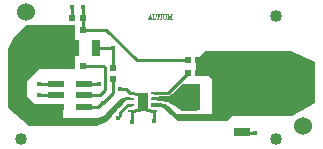
<source format=gtl>
G04*
G04 #@! TF.GenerationSoftware,Altium Limited,Altium Designer,25.4.2 (15)*
G04*
G04 Layer_Physical_Order=1*
G04 Layer_Color=255*
%FSLAX44Y44*%
%MOMM*%
G71*
G04*
G04 #@! TF.SameCoordinates,D5283B10-4766-4311-8C28-4DB947979AFB*
G04*
G04*
G04 #@! TF.FilePolarity,Positive*
G04*
G01*
G75*
%ADD14C,0.0508*%
%ADD16C,1.0160*%
G04:AMPARAMS|DCode=17|XSize=1.3mm|YSize=0.76mm|CornerRadius=0.095mm|HoleSize=0mm|Usage=FLASHONLY|Rotation=0.000|XOffset=0mm|YOffset=0mm|HoleType=Round|Shape=RoundedRectangle|*
%AMROUNDEDRECTD17*
21,1,1.3000,0.5700,0,0,0.0*
21,1,1.1100,0.7600,0,0,0.0*
1,1,0.1900,0.5550,-0.2850*
1,1,0.1900,-0.5550,-0.2850*
1,1,0.1900,-0.5550,0.2850*
1,1,0.1900,0.5550,0.2850*
%
%ADD17ROUNDEDRECTD17*%
G04:AMPARAMS|DCode=18|XSize=0.25mm|YSize=0.5mm|CornerRadius=0.05mm|HoleSize=0mm|Usage=FLASHONLY|Rotation=90.000|XOffset=0mm|YOffset=0mm|HoleType=Round|Shape=RoundedRectangle|*
%AMROUNDEDRECTD18*
21,1,0.2500,0.4000,0,0,90.0*
21,1,0.1500,0.5000,0,0,90.0*
1,1,0.1000,0.2000,0.0750*
1,1,0.1000,0.2000,-0.0750*
1,1,0.1000,-0.2000,-0.0750*
1,1,0.1000,-0.2000,0.0750*
%
%ADD18ROUNDEDRECTD18*%
G04:AMPARAMS|DCode=19|XSize=0.55mm|YSize=0.5mm|CornerRadius=0.0625mm|HoleSize=0mm|Usage=FLASHONLY|Rotation=270.000|XOffset=0mm|YOffset=0mm|HoleType=Round|Shape=RoundedRectangle|*
%AMROUNDEDRECTD19*
21,1,0.5500,0.3750,0,0,270.0*
21,1,0.4250,0.5000,0,0,270.0*
1,1,0.1250,-0.1875,-0.2125*
1,1,0.1250,-0.1875,0.2125*
1,1,0.1250,0.1875,0.2125*
1,1,0.1250,0.1875,-0.2125*
%
%ADD19ROUNDEDRECTD19*%
%ADD20R,1.2300X2.2200*%
G04:AMPARAMS|DCode=21|XSize=1.3mm|YSize=0.76mm|CornerRadius=0.095mm|HoleSize=0mm|Usage=FLASHONLY|Rotation=90.000|XOffset=0mm|YOffset=0mm|HoleType=Round|Shape=RoundedRectangle|*
%AMROUNDEDRECTD21*
21,1,1.3000,0.5700,0,0,90.0*
21,1,1.1100,0.7600,0,0,90.0*
1,1,0.1900,0.2850,0.5550*
1,1,0.1900,0.2850,-0.5550*
1,1,0.1900,-0.2850,-0.5550*
1,1,0.1900,-0.2850,0.5550*
%
%ADD21ROUNDEDRECTD21*%
G04:AMPARAMS|DCode=22|XSize=0.55mm|YSize=0.5mm|CornerRadius=0.0625mm|HoleSize=0mm|Usage=FLASHONLY|Rotation=180.000|XOffset=0mm|YOffset=0mm|HoleType=Round|Shape=RoundedRectangle|*
%AMROUNDEDRECTD22*
21,1,0.5500,0.3750,0,0,180.0*
21,1,0.4250,0.5000,0,0,180.0*
1,1,0.1250,-0.2125,0.1875*
1,1,0.1250,0.2125,0.1875*
1,1,0.1250,0.2125,-0.1875*
1,1,0.1250,-0.2125,-0.1875*
%
%ADD22ROUNDEDRECTD22*%
%ADD23R,1.3300X0.5600*%
G04:AMPARAMS|DCode=35|XSize=0.9mm|YSize=1.6mm|CornerRadius=0.0495mm|HoleSize=0mm|Usage=FLASHONLY|Rotation=0.000|XOffset=0mm|YOffset=0mm|HoleType=Round|Shape=RoundedRectangle|*
%AMROUNDEDRECTD35*
21,1,0.9000,1.5010,0,0,0.0*
21,1,0.8010,1.6000,0,0,0.0*
1,1,0.0990,0.4005,-0.7505*
1,1,0.0990,-0.4005,-0.7505*
1,1,0.0990,-0.4005,0.7505*
1,1,0.0990,0.4005,0.7505*
%
%ADD35ROUNDEDRECTD35*%
%ADD36C,0.2540*%
%ADD37C,1.5240*%
%ADD38C,0.4064*%
%ADD39C,0.5000*%
G36*
X63500Y76200D02*
X33020D01*
X22860Y66040D01*
Y53340D01*
X29346Y46855D01*
X53340D01*
X53429Y34290D01*
X61147D01*
X81280Y34290D01*
X82405Y34606D01*
X84614Y35370D01*
X86756Y36304D01*
X88819Y37403D01*
X89817Y38012D01*
X89817D01*
X100116Y49098D01*
X100815Y49851D01*
X102499Y51031D01*
X104392Y51831D01*
X106411Y52217D01*
X107438Y52194D01*
X107438Y52195D01*
X110268Y52132D01*
X110240Y49592D01*
X107414Y49592D01*
X107215Y49582D01*
X106827Y49500D01*
X106464Y49337D01*
X106463Y49337D01*
X106143Y49103D01*
X106004Y48962D01*
X106003Y48961D01*
X106003Y48961D01*
X105232Y48216D01*
X103720Y46697D01*
X102247Y45138D01*
X100816Y43542D01*
X100116Y42731D01*
X100116Y42731D01*
X100116Y42731D01*
X98949Y41498D01*
X98503Y41009D01*
X96663Y38988D01*
X94444Y36420D01*
X92764Y34371D01*
X92291Y33795D01*
X91246Y32468D01*
X91241Y32461D01*
X91241Y32461D01*
Y32461D01*
X91235Y32458D01*
X89181Y31302D01*
X87557Y30429D01*
X85044Y29181D01*
X83352Y28408D01*
X81199Y27474D01*
X81199Y27474D01*
X24561Y27474D01*
X6350Y43180D01*
Y92710D01*
X12065Y103505D01*
X22860Y113030D01*
X63500D01*
Y76200D01*
D02*
G37*
G36*
X166370Y40640D02*
X153670D01*
X148226Y44717D01*
X147059Y45529D01*
X144570Y46898D01*
X141914Y47907D01*
X140112Y48315D01*
X139143Y48534D01*
X137733Y48701D01*
X137732Y48702D01*
X137732Y48702D01*
Y48702D01*
X128201Y49493D01*
X128196Y52043D01*
X140259Y53095D01*
X140834Y53170D01*
X141792D01*
X142783Y53367D01*
X143623Y53929D01*
X143937Y54243D01*
X144008Y54276D01*
X145305Y55184D01*
X145889Y55719D01*
X153670Y63500D01*
X166370D01*
Y40640D01*
D02*
G37*
G36*
X266700Y81755D02*
Y46979D01*
X247361Y36210D01*
X196230D01*
X191770Y31750D01*
X152062D01*
X151397Y31868D01*
X150763Y32101D01*
X150180Y32441D01*
X137969Y42800D01*
X137969Y42800D01*
X137952Y42815D01*
X137675Y43076D01*
X137032Y43563D01*
X137032Y43563D01*
X136325Y43952D01*
X136325Y43952D01*
X135569Y44235D01*
X135178Y44334D01*
X127831Y44334D01*
Y46979D01*
X136321D01*
X136322Y46977D01*
X136322Y46977D01*
X136569Y46948D01*
X138652Y46685D01*
X140018Y46176D01*
X141331Y45397D01*
X141907Y44897D01*
X148612Y39088D01*
X148612Y39088D01*
X149004Y38776D01*
X149859Y38259D01*
X149860Y38259D01*
X150792Y37893D01*
X151771Y37691D01*
X152271Y37652D01*
X179070Y37652D01*
Y67653D01*
X176873Y69850D01*
X166264D01*
X165585Y70529D01*
Y86193D01*
X168743D01*
X173990Y91440D01*
X246521D01*
X266700Y81755D01*
D02*
G37*
D14*
X126601Y122427D02*
X125331Y118618D01*
X126601Y122427D02*
X127870Y118618D01*
X126601Y121883D02*
X127689Y118618D01*
X125694Y119706D02*
X127326D01*
X124968Y118618D02*
X126056D01*
X127145D02*
X128233D01*
X129267Y122427D02*
Y118618D01*
X129448Y122427D02*
Y118618D01*
X128723Y122427D02*
X129993D01*
X128723Y118618D02*
X131444D01*
Y119706D01*
X131262Y118618D01*
X133258Y122427D02*
Y118618D01*
X133439Y122427D02*
Y118618D01*
X132169Y122427D02*
X131988Y121339D01*
Y122427D01*
X134709D01*
Y121339D01*
X134527Y122427D01*
X132713Y118618D02*
X133983D01*
X135797Y122427D02*
Y118618D01*
X135978Y122427D02*
Y118618D01*
X135253Y122427D02*
X136523D01*
X135253Y118618D02*
X136523D01*
X137756Y122427D02*
Y119706D01*
X137937Y119162D01*
X138300Y118799D01*
X138844Y118618D01*
X139207D01*
X139751Y118799D01*
X140114Y119162D01*
X140295Y119706D01*
Y122427D01*
X137937D02*
Y119706D01*
X138119Y119162D01*
X138482Y118799D01*
X138844Y118618D01*
X137212Y122427D02*
X138482D01*
X139751D02*
X140840D01*
X141837D02*
Y118618D01*
X142019Y122427D02*
X143107Y119162D01*
X141837Y122427D02*
X143107Y118618D01*
X144377Y122427D02*
X143107Y118618D01*
X144377Y122427D02*
Y118618D01*
X144558Y122427D02*
Y118618D01*
X141293Y122427D02*
X142019D01*
X144377D02*
X145102D01*
X141293Y118618D02*
X142381D01*
X143833D02*
X145102D01*
D16*
X17780Y16510D02*
D03*
X233680D02*
D03*
Y120650D02*
D03*
D17*
X204470Y40750D02*
D03*
Y22850D02*
D03*
D18*
X111121Y55760D02*
D03*
Y50760D02*
D03*
Y45760D02*
D03*
Y40760D02*
D03*
X130121D02*
D03*
Y45760D02*
D03*
Y50760D02*
D03*
Y55760D02*
D03*
D19*
X158762Y72980D02*
D03*
X167762D02*
D03*
X158750Y83820D02*
D03*
X167750D02*
D03*
X70095Y79090D02*
D03*
X61095D02*
D03*
X70095Y109570D02*
D03*
X61095D02*
D03*
Y119730D02*
D03*
X70095D02*
D03*
D20*
X163140Y52070D02*
D03*
X184840D02*
D03*
D21*
X80835Y94330D02*
D03*
X62935D02*
D03*
D22*
X95250Y67890D02*
D03*
Y76890D02*
D03*
D23*
X46927Y63260D02*
D03*
Y53760D02*
D03*
Y44260D02*
D03*
X70927D02*
D03*
Y53760D02*
D03*
Y63260D02*
D03*
D35*
X120621Y48260D02*
D03*
D36*
X209550Y21500D02*
Y21732D01*
X209700Y21882D02*
X215608D01*
X215900Y21590D01*
X209550Y21732D02*
X209700Y21882D01*
X86262Y47511D02*
X86674D01*
X83010Y44260D02*
X86262Y47511D01*
X70927Y44260D02*
X83010D01*
X86674Y47511D02*
X95250Y56087D01*
X70927Y53760D02*
X84240D01*
X88884Y58404D01*
Y77602D01*
X69973Y119853D02*
Y128147D01*
Y119853D02*
X70095Y119730D01*
X69850Y128270D02*
X69973Y128147D01*
X100140Y34555D02*
Y35105D01*
X101600Y36565D01*
Y39406D01*
X107932Y45738D01*
X111121Y45760D01*
X101418Y59370D02*
X101420Y59372D01*
X106299D01*
X109911Y55760D01*
X70931Y63256D02*
X83979D01*
X83982Y63253D01*
X70927Y63260D02*
X70931Y63256D01*
X87396Y79090D02*
X88884Y77602D01*
X109911Y55760D02*
X117391Y54990D01*
X120621Y52260D01*
X117391Y41530D02*
X120621Y44260D01*
X111121Y40760D02*
X117391Y41530D01*
X122204Y44962D02*
X123851Y41530D01*
X130121Y40760D01*
X158762Y72730D02*
Y72980D01*
X141792Y55760D02*
X158762Y72730D01*
X130121Y55760D02*
X141792D01*
X115570Y83820D02*
X158750D01*
X89820Y109570D02*
X115570Y83820D01*
X70095Y109570D02*
X89820D01*
X70095D02*
Y119730D01*
Y79090D02*
X87396D01*
X95250Y76890D02*
Y93980D01*
Y56087D02*
Y67890D01*
X81185Y93980D02*
X95250D01*
X80835Y94330D02*
X81185Y93980D01*
X111239Y40760D02*
X111259Y40740D01*
Y31615D02*
Y40740D01*
X46686Y54001D02*
X46927Y53760D01*
X32519Y54242D02*
X32760Y54001D01*
X46686D01*
X46807Y63380D02*
X46927Y63260D01*
X33020Y63500D02*
X33140Y63380D01*
X46807D01*
X130288Y40760D02*
X130308Y40740D01*
Y31959D02*
Y40740D01*
X60960Y128270D02*
X61028Y128202D01*
Y119798D02*
Y128202D01*
Y119798D02*
X61095Y119730D01*
D37*
X256709Y27541D02*
D03*
Y52941D02*
D03*
X21590Y124460D02*
D03*
Y99060D02*
D03*
D38*
X215900Y21590D02*
D03*
X86674Y47511D02*
D03*
X69850Y128270D02*
D03*
X111259Y31615D02*
D03*
X100140Y34555D02*
D03*
X101418Y59370D02*
D03*
X83982Y63253D02*
D03*
X60960Y128270D02*
D03*
X95250Y93980D02*
D03*
X32519Y54242D02*
D03*
X33020Y63500D02*
D03*
X130308Y31959D02*
D03*
D39*
X120621Y52260D02*
D03*
Y44260D02*
D03*
M02*

</source>
